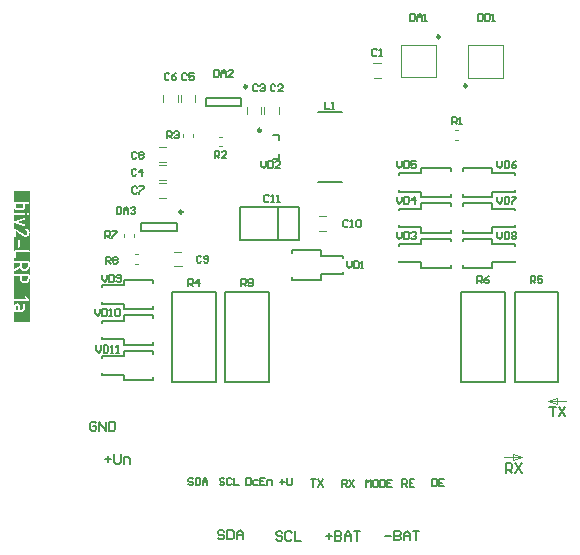
<source format=gto>
G04*
G04 #@! TF.GenerationSoftware,Altium Limited,Altium Designer,20.1.8 (145)*
G04*
G04 Layer_Color=16777215*
%FSTAX43Y43*%
%MOMM*%
G71*
G04*
G04 #@! TF.SameCoordinates,D0AF8ED7-0584-4811-8BF5-3ABD82A448BB*
G04*
G04*
G04 #@! TF.FilePolarity,Positive*
G04*
G01*
G75*
%ADD10C,0.250*%
%ADD11C,0.200*%
%ADD12C,0.100*%
%ADD13C,0.150*%
G36*
X0049581Y0056243D02*
X0049576Y0056271D01*
X0049567Y0056292D01*
X0049555Y0056308D01*
X0049539Y0056317D01*
X0049523Y0056324D01*
X0049511Y0056327D01*
X0049502Y0056329D01*
X0049581D01*
Y0056243D01*
D02*
G37*
G36*
X0049023Y0055922D02*
X0049021Y0055906D01*
X0049018Y0055889D01*
X0049007Y0055866D01*
X0049Y0055857D01*
X0048995Y005585D01*
X0048993Y0055848D01*
X004899Y0055845D01*
X0048979Y0055834D01*
X0048965Y0055827D01*
X0048942Y0055818D01*
X004893Y0055815D01*
X0048921Y0055813D01*
X0048916D01*
X0048914D01*
X0048528D01*
X0048511Y0055815D01*
X0048495Y0055818D01*
X0048472Y0055829D01*
X0048463Y0055836D01*
X0048456Y0055841D01*
X0048451Y0055843D01*
X0048449Y0055845D01*
X004844Y0055857D01*
X0048433Y0055871D01*
X0048424Y0055896D01*
X0048421Y0055906D01*
X0048419Y0055915D01*
Y0056158D01*
X0049023D01*
Y0055922D01*
D02*
G37*
G36*
X0049581Y005532D02*
X0049576Y0055348D01*
X0049567Y0055369D01*
X0049555Y0055385D01*
X0049539Y0055394D01*
X0049523Y0055401D01*
X0049511Y0055403D01*
X0049502Y0055406D01*
X0049581D01*
Y005532D01*
D02*
G37*
G36*
Y0053742D02*
X0049578Y0053781D01*
X0049569Y0053816D01*
X0049557Y0053851D01*
X0049541Y0053883D01*
X0049523Y0053913D01*
X0049502Y0053941D01*
X0049479Y0053967D01*
X0049456Y005399D01*
X004943Y005401D01*
X0049409Y0054029D01*
X0049386Y0054043D01*
X0049368Y0054057D01*
X0049351Y0054066D01*
X004934Y0054073D01*
X0049331Y0054078D01*
X0049328Y005408D01*
X0049321Y0054082D01*
X0049312Y0054085D01*
X0049581D01*
Y0053742D01*
D02*
G37*
G36*
X0049275Y005408D02*
X0049254Y0054071D01*
X0049238Y0054059D01*
X0049229Y0054043D01*
X0049222Y0054027D01*
X004922Y0054015D01*
X0049217Y0054006D01*
Y0054001D01*
X004922Y0053983D01*
X0049224Y0053969D01*
X0049231Y0053955D01*
X0049238Y0053946D01*
X0049245Y0053936D01*
X0049252Y0053932D01*
X0049257Y0053927D01*
X0049259D01*
X0049287Y0053911D01*
X004931Y0053895D01*
X0049331Y0053876D01*
X0049347Y005386D01*
X0049363Y0053846D01*
X0049375Y005383D01*
X0049393Y0053802D01*
X0049405Y0053777D01*
X0049409Y0053758D01*
X0049412Y0053747D01*
Y0053742D01*
X0049409Y0053717D01*
X0049405Y0053693D01*
X0049395Y0053673D01*
X0049386Y0053654D01*
X0049377Y005364D01*
X0049368Y0053629D01*
X0049363Y0053622D01*
X0049361Y0053619D01*
X004934Y0053603D01*
X0049319Y0053589D01*
X0049301Y005358D01*
X004928Y0053575D01*
X0049264Y0053571D01*
X004925Y0053569D01*
X004924D01*
X0049238D01*
X004922Y0053571D01*
X0049201Y0053573D01*
X0049185Y0053578D01*
X0049171Y0053582D01*
X0049159Y0053589D01*
X004915Y0053594D01*
X0049143Y0053596D01*
X0049141Y0053599D01*
X0048382Y0054073D01*
X0048366Y005408D01*
X0048349Y0054082D01*
X004834Y0054085D01*
X0049303D01*
X0049275Y005408D01*
D02*
G37*
G36*
X0049581Y0052152D02*
X0049576Y005218D01*
X0049567Y0052201D01*
X0049555Y0052217D01*
X0049539Y0052226D01*
X0049523Y0052233D01*
X0049511Y0052236D01*
X0049502Y0052238D01*
X0049581D01*
Y0052152D01*
D02*
G37*
G36*
Y0051231D02*
X0049576Y0051259D01*
X0049567Y005128D01*
X0049555Y0051294D01*
X0049539Y0051303D01*
X0049523Y005131D01*
X0049511Y0051312D01*
X0049502Y0051315D01*
X0049581D01*
Y0051231D01*
D02*
G37*
G36*
X0049412Y0050907D02*
X0049409Y005087D01*
X00494Y0050838D01*
X0049391Y005081D01*
X0049377Y0050785D01*
X0049365Y0050766D01*
X0049354Y005075D01*
X0049345Y0050741D01*
X0049342Y0050739D01*
X0049314Y0050715D01*
X0049287Y0050699D01*
X0049259Y0050685D01*
X0049231Y0050678D01*
X0049208Y0050674D01*
X0049189Y0050669D01*
X0049178D01*
X0049176D01*
X0049173D01*
X0049136Y0050671D01*
X0049104Y0050681D01*
X0049074Y005069D01*
X0049051Y0050704D01*
X004903Y0050715D01*
X0049014Y0050727D01*
X0049004Y0050736D01*
X0049002Y0050739D01*
X0048979Y0050766D01*
X0048963Y0050794D01*
X0048951Y0050822D01*
X0048944Y005085D01*
X004894Y0050873D01*
X0048935Y0050891D01*
Y0051144D01*
X0049412D01*
Y0050907D01*
D02*
G37*
G36*
X0049581Y0056329D02*
X004825D01*
X0048333D01*
X0048306Y0056324D01*
X0048285Y0056315D01*
X0048271Y0056304D01*
X0048262Y0056287D01*
X0048255Y0056271D01*
X0048252Y005626D01*
X004825Y005625D01*
Y0055642D01*
Y0055922D01*
X0048252Y005588D01*
X0048262Y0055841D01*
X0048275Y0055806D01*
X0048289Y0055778D01*
X0048303Y0055755D01*
X0048317Y0055737D01*
X0048326Y0055727D01*
X0048329Y0055723D01*
X0048361Y0055695D01*
X0048393Y0055677D01*
X0048428Y0055663D01*
X0048458Y0055651D01*
X0048486Y0055646D01*
X0048509Y0055644D01*
X0048523Y0055642D01*
X004825D01*
X0049412D01*
X0048914D01*
X0048942Y0055644D01*
X0048967Y0055649D01*
X004899Y0055653D01*
X0049011Y005566D01*
X0049027Y005567D01*
X0049041Y0055674D01*
X0049051Y0055679D01*
X0049053Y0055681D01*
X0049078Y0055697D01*
X0049099Y0055714D01*
X0049118Y0055732D01*
X0049134Y0055753D01*
X0049148Y0055771D01*
X0049157Y0055792D01*
X0049176Y0055832D01*
X0049185Y0055866D01*
X0049187Y0055882D01*
X0049189Y0055894D01*
X0049192Y0055906D01*
Y0056158D01*
X0049497D01*
X0049525Y0056162D01*
X0049546Y0056172D01*
X004956Y0056186D01*
X0049571Y0056199D01*
X0049576Y0056216D01*
X0049578Y005623D01*
X0049581Y0056239D01*
Y0055642D01*
D01*
Y0055406D01*
X004825D01*
X0048333D01*
X0048306Y0055401D01*
X0048285Y0055392D01*
X0048271Y0055378D01*
X0048262Y0055362D01*
X0048255Y0055348D01*
X0048252Y0055334D01*
X004825Y0055325D01*
Y005532D01*
X0048255Y0055292D01*
X0048264Y0055272D01*
X0048275Y0055255D01*
X0048292Y0055246D01*
X0048308Y0055239D01*
X0048319Y0055237D01*
X0048329Y0055235D01*
X004825D01*
X0049108D01*
X0049376D01*
X0049108D01*
X0049136Y0055239D01*
X0049157Y0055248D01*
X0049171Y0055262D01*
X0049183Y0055276D01*
X0049187Y0055292D01*
X0049189Y0055306D01*
X0049192Y0055316D01*
Y005532D01*
X0049187Y0055348D01*
X0049178Y0055369D01*
X0049166Y0055385D01*
X004915Y0055394D01*
X0049134Y0055401D01*
X0049122Y0055403D01*
X0049113Y0055406D01*
X0049432D01*
X0049405Y0055401D01*
X0049384Y0055392D01*
X0049368Y0055378D01*
X0049358Y0055362D01*
X0049351Y0055348D01*
X0049349Y0055334D01*
X0049347Y0055325D01*
Y005532D01*
X0049351Y0055292D01*
X0049361Y0055272D01*
X0049375Y0055255D01*
X0049391Y0055246D01*
X0049405Y0055239D01*
X0049419Y0055237D01*
X0049428Y0055235D01*
X0049497D01*
X0049525Y0055239D01*
X0049546Y0055248D01*
X004956Y0055262D01*
X0049571Y0055276D01*
X0049576Y0055292D01*
X0049578Y0055306D01*
X0049581Y0055316D01*
Y0055235D01*
D01*
Y0054085D01*
X004825D01*
X0048336D01*
X0048308Y005408D01*
X0048287Y0054071D01*
X0048271Y0054059D01*
X0048262Y0054043D01*
X0048255Y0054027D01*
X0048252Y0054015D01*
X004825Y0054006D01*
Y0053397D01*
D01*
Y0053483D01*
X0048255Y0053455D01*
X0048264Y0053434D01*
X0048278Y0053418D01*
X0048294Y0053409D01*
X0048308Y0053402D01*
X0048322Y00534D01*
X0048331Y0053397D01*
X004825D01*
X0048336D01*
X0048363Y0053402D01*
X0048384Y0053411D01*
X0048398Y0053425D01*
X004841Y0053439D01*
X0048414Y0053455D01*
X0048417Y0053469D01*
X0048419Y0053478D01*
Y0053865D01*
X0049032Y0053478D01*
X0049071Y0053451D01*
X0049111Y0053432D01*
X0049146Y0053418D01*
X0049176Y0053407D01*
X0049201Y0053402D01*
X0049222Y00534D01*
X0049233Y0053397D01*
X004923D01*
X0049264D01*
X0049289Y0053402D01*
X0049335Y0053413D01*
X0049377Y005343D01*
X0049412Y0053448D01*
X0049439Y0053467D01*
X004946Y0053483D01*
X0049474Y0053494D01*
X0049479Y0053497D01*
Y0053499D01*
X0049497Y0053518D01*
X0049513Y0053538D01*
X0049537Y005358D01*
X0049555Y0053619D01*
X0049569Y0053659D01*
X0049576Y0053691D01*
X0049578Y0053719D01*
X0049581Y0053728D01*
Y0053397D01*
D01*
Y0052238D01*
X004825D01*
X0048333D01*
X0048306Y0052233D01*
X0048285Y0052224D01*
X0048271Y0052213D01*
X0048262Y0052196D01*
X0048255Y005218D01*
X0048252Y0052169D01*
X004825Y0052159D01*
Y0051551D01*
Y0051636D01*
X0048255Y0051609D01*
X0048264Y0051588D01*
X0048278Y0051572D01*
X0048294Y0051562D01*
X0048308Y0051555D01*
X0048322Y0051553D01*
X0048331Y0051551D01*
X004825D01*
X0048336D01*
X0048363Y0051555D01*
X0048384Y0051565D01*
X0048398Y0051579D01*
X004841Y0051592D01*
X0048414Y0051609D01*
X0048417Y0051623D01*
X0048419Y0051632D01*
Y0052067D01*
X0049497D01*
X0049525Y0052071D01*
X0049546Y0052081D01*
X004956Y0052095D01*
X0049571Y0052108D01*
X0049576Y0052125D01*
X0049578Y0052139D01*
X0049581Y0052148D01*
Y0051551D01*
D01*
Y0051315D01*
X004825D01*
X0048333D01*
X0048306Y005131D01*
X0048285Y0051301D01*
X0048271Y0051287D01*
X0048262Y0051271D01*
X0048255Y0051257D01*
X0048252Y0051243D01*
X004825Y0051234D01*
Y0051229D01*
X0048255Y0051201D01*
X0048264Y0051181D01*
X0048275Y0051164D01*
X0048292Y0051155D01*
X0048308Y0051148D01*
X0048319Y0051146D01*
X0048329Y0051144D01*
X0048333D01*
X0048766D01*
Y0050898D01*
X0048296Y0050665D01*
X004828Y0050653D01*
X0048269Y0050641D01*
X0048262Y0050628D01*
X0048257Y0050616D01*
X0048252Y0050604D01*
X004825Y0050595D01*
Y0051148D01*
Y0050498D01*
D01*
Y0050586D01*
X0048252Y0050574D01*
X0048255Y0050563D01*
X0048264Y0050542D01*
X0048271Y005053D01*
X0048275Y0050526D01*
X0048285Y0050516D01*
X0048296Y0050509D01*
X0048315Y00505D01*
X0048329Y0050498D01*
X004825D01*
X0048333D01*
X0048347Y00505D01*
X0048359Y0050503D01*
X0048368Y0050507D01*
X004837Y0050509D01*
X0048803Y0050734D01*
X0048822Y0050692D01*
X0048845Y0050655D01*
X004887Y0050625D01*
X0048898Y0050597D01*
X0048928Y0050574D01*
X004896Y0050556D01*
X004899Y005054D01*
X0049023Y0050528D01*
X0049053Y0050519D01*
X0049081Y0050509D01*
X0049106Y0050505D01*
X0049129Y0050503D01*
X0049148Y00505D01*
X0049162Y0050498D01*
X0049173D01*
X0049203Y00505D01*
X0049233Y0050503D01*
X0049289Y0050516D01*
X0049338Y0050535D01*
X0049379Y0050558D01*
X0049414Y0050581D01*
X0049428Y005059D01*
X0049439Y00506D01*
X0049449Y0050607D01*
X0049456Y0050614D01*
X0049458Y0050616D01*
X004946Y0050618D01*
X0049481Y0050641D01*
X00495Y0050665D01*
X0049516Y0050688D01*
X004953Y0050713D01*
X004955Y0050762D01*
X0049567Y0050808D01*
X0049574Y0050847D01*
X0049576Y0050864D01*
X0049578Y005088D01*
X0049581Y0050891D01*
Y0050498D01*
D01*
Y005026D01*
X004825D01*
X0048333D01*
X0048306Y0050255D01*
X0048285Y0050246D01*
X0048271Y0050232D01*
X0048262Y0050216D01*
X0048255Y0050202D01*
X0048252Y0050188D01*
X004825Y0050179D01*
Y0050174D01*
X0048255Y0050146D01*
X0048264Y0050125D01*
X0048275Y0050109D01*
X0048292Y00501D01*
X0048308Y0050093D01*
X0048319Y0050091D01*
X0048329Y0050088D01*
X0048333D01*
X0048766D01*
Y0049852D01*
X0048768Y004982D01*
X0048771Y0049788D01*
X0048785Y004973D01*
X0048803Y0049681D01*
X0048824Y0049637D01*
X0048845Y0049605D01*
X0048854Y0049591D01*
X0048861Y0049579D01*
X004887Y004957D01*
X0048875Y0049563D01*
X0048877Y0049561D01*
X0048879Y0049558D01*
X0048903Y0049538D01*
X0048926Y0049519D01*
X0048949Y0049505D01*
X0048974Y0049491D01*
X0049023Y0049471D01*
X0049069Y0049457D01*
X0049111Y004945D01*
X0049127Y0049445D01*
X0049143D01*
X0049157Y0049443D01*
X0049173D01*
X0049203Y0049445D01*
X0049233Y0049447D01*
X0049289Y0049461D01*
X0049338Y004948D01*
X0049379Y0049503D01*
X0049414Y0049526D01*
X0049428Y0049535D01*
X0049439Y0049545D01*
X0049449Y0049552D01*
X0049456Y0049558D01*
X0049458Y0049561D01*
X004946Y0049563D01*
X0049481Y0049586D01*
X00495Y0049609D01*
X0049516Y0049633D01*
X004953Y0049658D01*
X004955Y0049707D01*
X0049567Y0049753D01*
X0049574Y0049792D01*
X0049576Y0049808D01*
X0049578Y0049825D01*
X0049581Y0049836D01*
Y0049443D01*
D01*
Y0048413D01*
X004825D01*
Y0047985D01*
Y0048071D01*
X0048255Y0048043D01*
X0048264Y0048022D01*
X0048275Y0048006D01*
X0048292Y0047997D01*
X0048308Y004799D01*
X0048319Y0047987D01*
X0048329Y0047985D01*
X004825D01*
X0049497D01*
X0049525Y004799D01*
X0049546Y0047999D01*
X004956Y0048013D01*
X0049571Y0048027D01*
X0049576Y0048043D01*
X0049578Y0048057D01*
X0049581Y0048066D01*
Y0047985D01*
D01*
Y0046169D01*
X004825D01*
Y005725D01*
X0049581D01*
Y0056329D01*
D02*
G37*
G36*
Y0050176D02*
X0049576Y0050204D01*
X0049567Y0050225D01*
X0049555Y0050239D01*
X0049539Y0050248D01*
X0049523Y0050255D01*
X0049511Y0050257D01*
X0049502Y005026D01*
X0049581D01*
Y0050176D01*
D02*
G37*
G36*
X0049412Y0049852D02*
X0049409Y0049815D01*
X00494Y0049783D01*
X0049391Y0049755D01*
X0049377Y004973D01*
X0049365Y0049711D01*
X0049354Y0049695D01*
X0049345Y0049686D01*
X0049342Y0049683D01*
X0049314Y004966D01*
X0049287Y0049644D01*
X0049259Y004963D01*
X0049231Y0049623D01*
X0049208Y0049619D01*
X0049189Y0049614D01*
X0049178D01*
X0049176D01*
X0049173D01*
X0049136Y0049616D01*
X0049104Y0049626D01*
X0049074Y0049635D01*
X0049051Y0049649D01*
X004903Y004966D01*
X0049014Y0049672D01*
X0049004Y0049681D01*
X0049002Y0049683D01*
X0048979Y0049711D01*
X0048963Y0049739D01*
X0048951Y0049767D01*
X0048944Y0049794D01*
X004894Y0049818D01*
X0048935Y0049836D01*
Y0050088D01*
X0049412D01*
Y0049852D01*
D02*
G37*
G36*
X004921Y0048408D02*
X0049189Y0048399D01*
X0049173Y0048385D01*
X0049164Y0048369D01*
X0049157Y0048355D01*
X0049155Y0048341D01*
X0049152Y0048332D01*
Y0048327D01*
X0049157Y0048304D01*
X0049164Y0048286D01*
X0049171Y0048274D01*
X0049176Y004827D01*
X0049317Y0048156D01*
X0048333D01*
X0048306Y0048152D01*
X0048285Y0048142D01*
X0048271Y0048128D01*
X0048262Y0048112D01*
X0048255Y0048098D01*
X0048252Y0048084D01*
X004825Y0048075D01*
Y0048413D01*
X0049238D01*
X004921Y0048408D01*
D02*
G37*
G36*
X0049581Y0048071D02*
X0049578Y0048084D01*
X0049576Y0048096D01*
X0049564Y0048117D01*
X004955Y0048133D01*
X0049548Y0048135D01*
X0049546Y0048138D01*
X0049296Y004839D01*
X0049275Y0048404D01*
X0049257Y0048411D01*
X0049243Y0048413D01*
X0049581D01*
Y0048071D01*
D02*
G37*
G36*
X0049108Y0055235D02*
D01*
D01*
D01*
D02*
G37*
%LPC*%
G36*
X004825Y0055306D02*
Y0055235D01*
D01*
Y0055306D01*
D02*
G37*
G36*
X0049192Y0055008D02*
X004825D01*
X0049099D01*
X004909Y0055005D01*
X0049083Y0055003D01*
X0049081D01*
X0048315Y0054751D01*
X0048294Y0054742D01*
X0048278Y0054728D01*
X0048266Y0054714D01*
X0048259Y00547D01*
X0048255Y0054686D01*
X004825Y0054675D01*
Y0054321D01*
Y0054665D01*
X0048252Y0054645D01*
X0048262Y0054626D01*
X0048271Y0054612D01*
X0048285Y0054601D01*
X0048296Y0054591D01*
X0048308Y0054587D01*
X0048315Y0054582D01*
X0048317D01*
X0049083Y0054327D01*
X0049092Y0054323D01*
X0049102Y0054321D01*
X0049192D01*
X0049108D01*
X0049136Y0054325D01*
X0049157Y0054334D01*
X0049171Y0054348D01*
X0049183Y0054365D01*
X0049187Y0054381D01*
X0049189Y0054395D01*
X0049192Y0054404D01*
Y005485D01*
Y0054408D01*
X0049189Y0054429D01*
X0049183Y0054448D01*
X0049173Y0054462D01*
X0049164Y0054473D01*
X0049152Y005448D01*
X0049143Y0054485D01*
X0049136Y0054489D01*
X0049134D01*
X004856Y0054665D01*
X0049134Y0054841D01*
X0049152Y005485D01*
X0049166Y0054862D01*
X0049178Y0054876D01*
X0049185Y005489D01*
X0049189Y0054901D01*
X0049192Y0054913D01*
Y0054936D01*
X0049187Y0054948D01*
X004918Y0054966D01*
X0049171Y005498D01*
X0049169Y0054982D01*
X0049166Y0054985D01*
X0049148Y0054999D01*
X0049129Y0055005D01*
X0049115Y0055008D01*
X0049192D01*
D02*
G37*
G36*
X0048662Y0053161D02*
X0048657D01*
X0048629Y0053157D01*
X0048609Y0053147D01*
X0048592Y0053136D01*
X0048583Y005312D01*
X0048576Y0053103D01*
X0048574Y0053092D01*
X0048572Y0053083D01*
Y0052474D01*
D01*
Y005256D01*
X0048576Y0052532D01*
X0048586Y0052511D01*
X0048599Y0052495D01*
X0048616Y0052486D01*
X0048629Y0052479D01*
X0048643Y0052476D01*
X0048653Y0052474D01*
X0048572D01*
X0048657D01*
X0048685Y0052479D01*
X0048706Y0052488D01*
X004872Y0052502D01*
X0048731Y0052516D01*
X0048736Y0052532D01*
X0048738Y0052546D01*
X0048741Y0052555D01*
Y005312D01*
Y0053078D01*
X0048736Y0053106D01*
X0048727Y0053127D01*
X0048715Y005314D01*
X0048699Y005315D01*
X0048683Y0053157D01*
X0048671Y0053159D01*
X0048662Y0053161D01*
D02*
G37*
G36*
X0049162Y0050498D02*
X0048417D01*
X0049162D01*
D01*
D02*
G37*
G36*
X004825Y0050093D02*
Y0049443D01*
D01*
Y0050093D01*
D02*
G37*
G36*
X0048539Y0047754D02*
X004825D01*
Y0047066D01*
D01*
Y0047152D01*
X0048255Y0047124D01*
X0048264Y0047103D01*
X0048275Y0047087D01*
X0048292Y0047078D01*
X0048308Y0047071D01*
X0048319Y0047069D01*
X0048329Y0047066D01*
X004825D01*
X0048914D01*
D01*
X0049192D01*
X0048914D01*
X0048956Y0047069D01*
X0048993Y0047078D01*
X0049027Y0047092D01*
X0049055Y0047106D01*
X0049078Y0047122D01*
X0049097Y0047133D01*
X0049106Y0047143D01*
X0049111Y0047147D01*
X0049139Y004718D01*
X0049157Y0047212D01*
X0049171Y0047247D01*
X0049183Y0047277D01*
X0049187Y0047305D01*
X0049189Y0047326D01*
X0049192Y0047342D01*
Y0047603D01*
X0049187Y0047633D01*
X0049178Y0047654D01*
X0049166Y004767D01*
X004915Y004768D01*
X0049134Y0047686D01*
X0049122Y0047689D01*
X0049113Y0047691D01*
X0049108D01*
X0049081Y0047686D01*
X004906Y0047677D01*
X0049044Y0047663D01*
X0049034Y0047647D01*
X0049027Y0047631D01*
X0049025Y0047617D01*
X0049023Y0047608D01*
Y0047346D01*
X0049021Y004733D01*
X0049018Y0047314D01*
X0049007Y0047291D01*
X0049Y0047282D01*
X0048995Y0047275D01*
X0048993Y0047272D01*
X004899Y004727D01*
X0048979Y0047258D01*
X0048965Y0047251D01*
X0048942Y0047242D01*
X004893Y004724D01*
X0048921Y0047238D01*
X0048916D01*
X0048914D01*
X0048805D01*
Y0047476D01*
X0048803Y0047506D01*
X0048798Y0047534D01*
X0048791Y0047559D01*
X0048785Y0047582D01*
X0048761Y0047624D01*
X0048736Y0047659D01*
X004871Y0047684D01*
X0048687Y0047705D01*
X004868Y004771D01*
X0048673Y0047714D01*
X0048669Y0047719D01*
X0048667D01*
X0048641Y004773D01*
X0048618Y004774D01*
X0048595Y0047744D01*
X0048574Y0047749D01*
X0048555Y0047751D01*
X0048539Y0047754D01*
D02*
G37*
%LPD*%
G36*
X0048486Y0047751D02*
X0048447Y0047742D01*
X0048412Y0047728D01*
X0048384Y0047714D01*
X0048361Y00477D01*
X0048343Y0047686D01*
X0048333Y0047677D01*
X0048329Y0047675D01*
X0048303Y0047643D01*
X0048282Y004761D01*
X0048269Y0047575D01*
X0048259Y0047545D01*
X0048255Y0047518D01*
X0048252Y0047494D01*
X004825Y0047481D01*
Y0047754D01*
X0048528D01*
X0048486Y0047751D01*
D02*
G37*
G36*
X0048544Y0047582D02*
X0048558Y004758D01*
X0048583Y0047568D01*
X0048592Y0047562D01*
X0048599Y0047557D01*
X0048602Y0047555D01*
X0048604Y0047552D01*
X0048616Y0047541D01*
X0048623Y0047527D01*
X0048632Y0047501D01*
X0048634Y0047492D01*
X0048636Y0047483D01*
Y0047238D01*
X0048419D01*
Y0047476D01*
X0048421Y0047492D01*
X0048424Y0047506D01*
X0048435Y0047531D01*
X004844Y0047541D01*
X0048444Y0047545D01*
X0048447Y004755D01*
X0048449Y0047552D01*
X0048463Y0047564D01*
X0048474Y0047571D01*
X00485Y004758D01*
X0048511Y0047582D01*
X0048521Y0047585D01*
X0048525D01*
X0048528D01*
X0048544Y0047582D01*
D02*
G37*
D10*
X0084325Y0070325D02*
G03*
X0084325Y0070325I-0000125J0D01*
G01*
X00866Y0066175D02*
G03*
X00866Y0066175I-0000125J0D01*
G01*
X0062525Y00555D02*
G03*
X0062525Y00555I-0000125J0D01*
G01*
X0069175Y00624D02*
G03*
X0069175Y00624I-0000125J0D01*
G01*
X0067975Y00661D02*
G03*
X0067975Y00661I-0000125J0D01*
G01*
D11*
X009065Y00411D02*
Y00487D01*
X009435Y00411D02*
Y00487D01*
X009065Y00411D02*
X009435D01*
X009065Y00487D02*
X009435D01*
X008615Y00411D02*
Y00487D01*
X008985Y00411D02*
Y00487D01*
X008615Y00411D02*
X008985D01*
X008615Y00487D02*
X008985D01*
X00706Y00532D02*
Y00559D01*
X00674Y00531D02*
X00724D01*
X00674D02*
Y00559D01*
X00724D01*
Y00531D02*
Y00559D01*
X006535Y00411D02*
Y00487D01*
X006165Y00411D02*
Y00487D01*
X006535D01*
X006165Y00411D02*
X006535D01*
X006615D02*
Y00487D01*
X006985Y00411D02*
Y00487D01*
X006615Y00411D02*
X006985D01*
X006615Y00487D02*
X006985D01*
X005595Y00346D02*
X0056483D01*
X0056217Y0034866D02*
Y0034333D01*
X005675Y0035D02*
Y0034333D01*
X0056883Y00342D01*
X005715D01*
X0057283Y0034333D01*
Y0035D01*
X0057549Y00342D02*
Y0034733D01*
X0057949D01*
X0058083Y00346D01*
Y00342D01*
X0055233Y0037616D02*
X00551Y003775D01*
X0054833D01*
X00547Y0037616D01*
Y0037083D01*
X0054833Y003695D01*
X00551D01*
X0055233Y0037083D01*
Y003735D01*
X0054967D01*
X00555Y003695D02*
Y003775D01*
X0056033Y003695D01*
Y003775D01*
X0056299D02*
Y003695D01*
X0056699D01*
X0056833Y0037083D01*
Y0037616D01*
X0056699Y003775D01*
X0056299D01*
X0089903Y0033423D02*
Y0034223D01*
X0090303D01*
X0090436Y003409D01*
Y0033823D01*
X0090303Y003369D01*
X0089903D01*
X009017D02*
X0090436Y0033423D01*
X0090703Y0034223D02*
X0091236Y0033423D01*
Y0034223D02*
X0090703Y0033423D01*
X0093592Y0039002D02*
X0094125D01*
X0093859D01*
Y0038202D01*
X0094392Y0039002D02*
X0094925Y0038202D01*
Y0039002D02*
X0094392Y0038202D01*
D12*
X008975Y003475D02*
X009125D01*
X00905Y00345D02*
X009125Y003475D01*
X00905Y00345D02*
Y0035D01*
X009125Y003475D01*
X00935Y00395D02*
X009425Y003925D01*
Y003975D01*
X00935Y00395D02*
X009425Y003975D01*
X00935Y00395D02*
X0095D01*
X0078704Y006687D02*
X0079303D01*
X0078702Y0068119D02*
X00793D01*
X0081Y0069675D02*
X0084D01*
X0081Y0066925D02*
X0084D01*
Y0069675D01*
X0081Y0066925D02*
Y0069675D01*
X0085595Y00624D02*
X0085845D01*
X0085595Y00616D02*
X0085845D01*
X0089675Y0066825D02*
Y0069625D01*
X0086675Y0066825D02*
Y0069625D01*
X0089675D01*
X0086675Y0066825D02*
X0089675D01*
X00741Y0053881D02*
X0074698D01*
X0074097Y005513D02*
X0074696D01*
X00576Y0053375D02*
Y0053625D01*
X00584Y0053375D02*
Y0053625D01*
X0058525Y00519D02*
X0058775D01*
X0058525Y00511D02*
X0058775D01*
X006055Y0057961D02*
X0061149D01*
X0060553Y0056711D02*
X0061151D01*
X006055Y0060961D02*
X0061149D01*
X0060553Y0059711D02*
X0061151D01*
X006055Y0059461D02*
X0061149D01*
X0060553Y0058211D02*
X0061151D01*
X006185Y0050881D02*
X0062448D01*
X0061847Y005213D02*
X0062446D01*
X0067965Y0063808D02*
Y0064407D01*
X0069214Y0063811D02*
Y0064409D01*
X0069465Y0063809D02*
Y0064407D01*
X0070714Y0063811D02*
Y0064409D01*
X0065626Y006188D02*
X0065876D01*
X0065626Y006108D02*
X0065876D01*
X00634Y0061875D02*
Y0062125D01*
X00626Y0061875D02*
Y0062125D01*
X0063624Y0064836D02*
Y0065435D01*
X0062375Y0064834D02*
Y0065432D01*
X0062124Y0064836D02*
Y0065435D01*
X0060875Y0064834D02*
Y0065432D01*
D13*
X0085225Y005075D02*
Y0051D01*
X0082219Y0051225D02*
X0082625D01*
X008085D02*
X008085Y0051375D01*
X008085Y0052775D02*
X008085Y0052625D01*
X0082119Y0052775D02*
X008275D01*
X0085225Y0053D02*
Y005325D01*
X00831Y005075D02*
X0085225D01*
X008085Y0051225D02*
X0082219D01*
X0083075Y005325D02*
X0085225D01*
X008085Y0052775D02*
X0082119D01*
X0082625Y0051225D02*
X008275D01*
Y005075D02*
Y0051225D01*
Y005075D02*
X0083125D01*
X008275Y005325D02*
X00831D01*
X008275Y0052775D02*
Y005325D01*
X0085225Y005375D02*
Y0054D01*
X0082219Y0054225D02*
X0082625D01*
X008085D02*
X008085Y0054375D01*
X008085Y0055775D02*
X008085Y0055625D01*
X0082119Y0055775D02*
X008275D01*
X0085225Y0056D02*
Y005625D01*
X00831Y005375D02*
X0085225D01*
X008085Y0054225D02*
X0082219D01*
X0083075Y005625D02*
X0085225D01*
X008085Y0055775D02*
X0082119D01*
X0082625Y0054225D02*
X008275D01*
Y005375D02*
Y0054225D01*
Y005375D02*
X0083125D01*
X008275Y005625D02*
X00831D01*
X008275Y0055775D02*
Y005625D01*
X0085225Y005675D02*
Y0057D01*
X0082219Y0057225D02*
X0082625D01*
X008085D02*
X008085Y0057375D01*
X008085Y0058775D02*
X008085Y0058625D01*
X0082119Y0058775D02*
X008275D01*
X0085225Y0059D02*
Y005925D01*
X00831Y005675D02*
X0085225D01*
X008085Y0057225D02*
X0082219D01*
X0083075Y005925D02*
X0085225D01*
X008085Y0058775D02*
X0082119D01*
X0082625Y0057225D02*
X008275D01*
Y005675D02*
Y0057225D01*
Y005675D02*
X0083125D01*
X008275Y005925D02*
X00831D01*
X008275Y0058775D02*
Y005925D01*
X0086275Y0059D02*
Y005925D01*
X0088875Y0058775D02*
X0089281D01*
X009065Y0058625D02*
X009065Y0058775D01*
X009065Y0057375D02*
X009065Y0057225D01*
X008875D02*
X0089381D01*
X0086275Y005675D02*
Y0057D01*
Y005925D02*
X00884D01*
X0089281Y0058775D02*
X009065D01*
X0086275Y005675D02*
X0088425D01*
X0089381Y0057225D02*
X009065D01*
X008875Y0058775D02*
X0088875D01*
X008875D02*
Y005925D01*
X0088375D02*
X008875D01*
X00884Y005675D02*
X008875D01*
Y0057225D01*
X0086275Y0056D02*
Y005625D01*
X0088875Y0055775D02*
X0089281D01*
X009065Y0055625D02*
X009065Y0055775D01*
X009065Y0054375D02*
X009065Y0054225D01*
X008875D02*
X0089381D01*
X0086275Y005375D02*
Y0054D01*
Y005625D02*
X00884D01*
X0089281Y0055775D02*
X009065D01*
X0086275Y005375D02*
X0088425D01*
X0089381Y0054225D02*
X009065D01*
X008875Y0055775D02*
X0088875D01*
X008875D02*
Y005625D01*
X0088375D02*
X008875D01*
X00884Y005375D02*
X008875D01*
Y0054225D01*
X0086275Y0053D02*
Y005325D01*
X0088875Y0052775D02*
X0089281D01*
X009065Y0052625D02*
X009065Y0052775D01*
X009065Y0051375D02*
X009065Y0051225D01*
X008875D02*
X0089381D01*
X0086275Y005075D02*
Y0051D01*
Y005325D02*
X00884D01*
X0089281Y0052775D02*
X009065D01*
X0086275Y005075D02*
X0088425D01*
X0089381Y0051225D02*
X009065D01*
X008875Y0052775D02*
X0088875D01*
X008875D02*
Y005325D01*
X0088375D02*
X008875D01*
X00884Y005075D02*
X008875D01*
Y0051225D01*
X0060075Y004125D02*
Y00415D01*
X0057069Y0041725D02*
X0057475D01*
X00557D02*
X00557Y0041875D01*
X00557Y0043275D02*
X00557Y0043125D01*
X0056969Y0043275D02*
X00576D01*
X0060075Y00435D02*
Y004375D01*
X005795Y004125D02*
X0060075D01*
X00557Y0041725D02*
X0057069D01*
X0057925Y004375D02*
X0060075D01*
X00557Y0043275D02*
X0056969D01*
X0057475Y0041725D02*
X00576D01*
Y004125D02*
Y0041725D01*
Y004125D02*
X0057975D01*
X00576Y004375D02*
X005795D01*
X00576Y0043275D02*
Y004375D01*
X0060075Y004425D02*
Y00445D01*
X0057069Y0044725D02*
X0057475D01*
X00557D02*
X00557Y0044875D01*
X00557Y0046275D02*
X00557Y0046125D01*
X0056969Y0046275D02*
X00576D01*
X0060075Y00465D02*
Y004675D01*
X005795Y004425D02*
X0060075D01*
X00557Y0044725D02*
X0057069D01*
X0057925Y004675D02*
X0060075D01*
X00557Y0046275D02*
X0056969D01*
X0057475Y0044725D02*
X00576D01*
Y004425D02*
Y0044725D01*
Y004425D02*
X0057975D01*
X00576Y004675D02*
X005795D01*
X00576Y0046275D02*
Y004675D01*
X0060075Y004725D02*
Y00475D01*
X0057069Y0047725D02*
X0057475D01*
X00557D02*
X00557Y0047875D01*
X00557Y0049275D02*
X00557Y0049125D01*
X0056969Y0049275D02*
X00576D01*
X0060075Y00495D02*
Y004975D01*
X005795Y004725D02*
X0060075D01*
X00557Y0047725D02*
X0057069D01*
X0057925Y004975D02*
X0060075D01*
X00557Y0049275D02*
X0056969D01*
X0057475Y0047725D02*
X00576D01*
Y004725D02*
Y0047725D01*
Y004725D02*
X0057975D01*
X00576Y004975D02*
X005795D01*
X00576Y0049275D02*
Y004975D01*
X005905Y005385D02*
X006205D01*
X005905Y005455D02*
X006205D01*
X005905Y005385D02*
Y005455D01*
X006205Y005385D02*
Y005455D01*
X0070675Y005995D02*
Y00604D01*
X0070175Y005995D02*
X0070675D01*
Y00616D02*
Y006205D01*
X0070175D02*
X0070675D01*
X00645Y006445D02*
X00675D01*
X00645Y006515D02*
X00675D01*
X00645Y006445D02*
Y006515D01*
X00675Y006445D02*
Y006515D01*
X0071775Y0052D02*
Y005225D01*
X0074375Y0051775D02*
X0074781D01*
X007615Y0051625D02*
X007615Y0051775D01*
X007615Y0050375D02*
X007615Y0050225D01*
X007425D02*
X0074881D01*
X0071775Y004975D02*
Y005D01*
Y005225D02*
X00739D01*
X0074781Y0051775D02*
X007615D01*
X0071775Y004975D02*
X0073925D01*
X0074881Y0050225D02*
X007615D01*
X007425Y0051775D02*
X0074375D01*
X007425D02*
Y005225D01*
X0073875D02*
X007425D01*
X00739Y004975D02*
X007425D01*
Y0050225D01*
X0074Y0058D02*
X0076D01*
X0074Y0064D02*
X0076D01*
X0079663Y0028104D02*
X0080196D01*
X0080463Y0028504D02*
Y0027704D01*
X0080863D01*
X0080996Y0027838D01*
Y0027971D01*
X0080863Y0028104D01*
X0080463D01*
X0080863D01*
X0080996Y0028238D01*
Y0028371D01*
X0080863Y0028504D01*
X0080463D01*
X0081262Y0027704D02*
Y0028238D01*
X0081529Y0028504D01*
X0081796Y0028238D01*
Y0027704D01*
Y0028104D01*
X0081262D01*
X0082062Y0028504D02*
X0082595D01*
X0082329D01*
Y0027704D01*
X007465Y002805D02*
X0075183D01*
X0074917Y0028316D02*
Y0027783D01*
X007545Y002845D02*
Y002765D01*
X007585D01*
X0075983Y0027783D01*
Y0027917D01*
X007585Y002805D01*
X007545D01*
X007585D01*
X0075983Y0028183D01*
Y0028316D01*
X007585Y002845D01*
X007545D01*
X0076249Y002765D02*
Y0028183D01*
X0076516Y002845D01*
X0076783Y0028183D01*
Y002765D01*
Y002805D01*
X0076249D01*
X0077049Y002845D02*
X0077582D01*
X0077316D01*
Y002765D01*
X0070979Y0028338D02*
X0070846Y0028471D01*
X0070579D01*
X0070446Y0028338D01*
Y0028205D01*
X0070579Y0028072D01*
X0070846D01*
X0070979Y0027938D01*
Y0027805D01*
X0070846Y0027672D01*
X0070579D01*
X0070446Y0027805D01*
X0071779Y0028338D02*
X0071646Y0028471D01*
X0071379D01*
X0071246Y0028338D01*
Y0027805D01*
X0071379Y0027672D01*
X0071646D01*
X0071779Y0027805D01*
X0072046Y0028471D02*
Y0027672D01*
X0072579D01*
X0066057Y0028437D02*
X0065924Y002857D01*
X0065657D01*
X0065524Y0028437D01*
Y0028304D01*
X0065657Y002817D01*
X0065924D01*
X0066057Y0028037D01*
Y0027904D01*
X0065924Y0027771D01*
X0065657D01*
X0065524Y0027904D01*
X0066324Y002857D02*
Y0027771D01*
X0066723D01*
X0066857Y0027904D01*
Y0028437D01*
X0066723Y002857D01*
X0066324D01*
X0067123Y0027771D02*
Y0028304D01*
X006739Y002857D01*
X0067657Y0028304D01*
Y0027771D01*
Y002817D01*
X0067123D01*
X0083685Y0032873D02*
Y0032274D01*
X0083985D01*
X0084085Y0032374D01*
Y0032773D01*
X0083985Y0032873D01*
X0083685D01*
X0084685D02*
X0084285D01*
Y0032274D01*
X0084685D01*
X0084285Y0032573D02*
X0084485D01*
X0081152Y0032254D02*
Y0032854D01*
X0081452D01*
X0081552Y0032754D01*
Y0032554D01*
X0081452Y0032454D01*
X0081152D01*
X0081352D02*
X0081552Y0032254D01*
X0082152Y0032854D02*
X0081752D01*
Y0032254D01*
X0082152D01*
X0081752Y0032554D02*
X0081952D01*
X0078074Y0032235D02*
Y0032834D01*
X0078274Y0032634D01*
X0078474Y0032834D01*
Y0032235D01*
X0078974Y0032834D02*
X0078774D01*
X0078674Y0032734D01*
Y0032335D01*
X0078774Y0032235D01*
X0078974D01*
X0079074Y0032335D01*
Y0032734D01*
X0078974Y0032834D01*
X0079274D02*
Y0032235D01*
X0079574D01*
X0079674Y0032335D01*
Y0032734D01*
X0079574Y0032834D01*
X0079274D01*
X0080273D02*
X0079874D01*
Y0032235D01*
X0080273D01*
X0079874Y0032535D02*
X0080074D01*
X0076048Y0032235D02*
Y0032834D01*
X0076348D01*
X0076448Y0032734D01*
Y0032535D01*
X0076348Y0032435D01*
X0076048D01*
X0076248D02*
X0076448Y0032235D01*
X0076648Y0032834D02*
X0077048Y0032235D01*
Y0032834D02*
X0076648Y0032235D01*
X0073418Y0032854D02*
X0073818D01*
X0073618D01*
Y0032254D01*
X0074018Y0032854D02*
X0074418Y0032254D01*
Y0032854D02*
X0074018Y0032254D01*
X0070788Y0032671D02*
X0071188D01*
X0070988Y0032871D02*
Y0032471D01*
X0071388Y0032971D02*
Y0032471D01*
X0071488Y0032371D01*
X0071687D01*
X0071787Y0032471D01*
Y0032971D01*
X0067924Y003299D02*
Y003239D01*
X0068224D01*
X0068324Y003249D01*
Y003289D01*
X0068224Y003299D01*
X0067924D01*
X0068923Y003279D02*
X0068624D01*
X0068524Y003269D01*
Y003249D01*
X0068624Y003239D01*
X0068923D01*
X0069523Y003299D02*
X0069123D01*
Y003239D01*
X0069523D01*
X0069123Y003269D02*
X0069323D01*
X0069723Y003239D02*
Y003279D01*
X0070023D01*
X0070123Y003269D01*
Y003239D01*
X0066083Y0032871D02*
X0065983Y0032971D01*
X0065783D01*
X0065683Y0032871D01*
Y0032771D01*
X0065783Y0032671D01*
X0065983D01*
X0066083Y0032571D01*
Y0032471D01*
X0065983Y0032371D01*
X0065783D01*
X0065683Y0032471D01*
X0066683Y0032871D02*
X0066583Y0032971D01*
X0066383D01*
X0066283Y0032871D01*
Y0032471D01*
X0066383Y0032371D01*
X0066583D01*
X0066683Y0032471D01*
X0066883Y0032971D02*
Y0032371D01*
X0067283D01*
X0063434Y0032851D02*
X0063334Y0032951D01*
X0063134D01*
X0063034Y0032851D01*
Y0032751D01*
X0063134Y0032651D01*
X0063334D01*
X0063434Y0032551D01*
Y0032451D01*
X0063334Y0032352D01*
X0063134D01*
X0063034Y0032451D01*
X0063634Y0032951D02*
Y0032352D01*
X0063933D01*
X0064033Y0032451D01*
Y0032851D01*
X0063933Y0032951D01*
X0063634D01*
X0064233Y0032352D02*
Y0032751D01*
X0064433Y0032951D01*
X0064633Y0032751D01*
Y0032352D01*
Y0032651D01*
X0064233D01*
X007655Y00547D02*
X007645Y00548D01*
X007625D01*
X007615Y00547D01*
Y00543D01*
X007625Y00542D01*
X007645D01*
X007655Y00543D01*
X007675Y00542D02*
X007695D01*
X007685D01*
Y00548D01*
X007675Y00547D01*
X007725D02*
X007735Y00548D01*
X007755D01*
X007765Y00547D01*
Y00543D01*
X007755Y00542D01*
X007735D01*
X007725Y00543D01*
Y00547D01*
X0064129Y0051705D02*
X0064029Y0051805D01*
X006383D01*
X006373Y0051705D01*
Y0051305D01*
X006383Y0051205D01*
X0064029D01*
X0064129Y0051305D01*
X0064329D02*
X0064429Y0051205D01*
X0064629D01*
X0064729Y0051305D01*
Y0051705D01*
X0064629Y0051805D01*
X0064429D01*
X0064329Y0051705D01*
Y0051605D01*
X0064429Y0051505D01*
X0064729D01*
X0058643Y0060509D02*
X0058543Y0060609D01*
X0058343D01*
X0058243Y0060509D01*
Y006011D01*
X0058343Y006001D01*
X0058543D01*
X0058643Y006011D01*
X0058843Y0060509D02*
X0058943Y0060609D01*
X0059143D01*
X0059243Y0060509D01*
Y006041D01*
X0059143Y006031D01*
X0059243Y006021D01*
Y006011D01*
X0059143Y006001D01*
X0058943D01*
X0058843Y006011D01*
Y006021D01*
X0058943Y006031D01*
X0058843Y006041D01*
Y0060509D01*
X0058943Y006031D02*
X0059143D01*
X0058683Y0057555D02*
X0058583Y0057655D01*
X0058383D01*
X0058284Y0057555D01*
Y0057155D01*
X0058383Y0057055D01*
X0058583D01*
X0058683Y0057155D01*
X0058883Y0057655D02*
X0059283D01*
Y0057555D01*
X0058883Y0057155D01*
Y0057055D01*
X0061413Y0067175D02*
X0061313Y0067275D01*
X0061113D01*
X0061013Y0067175D01*
Y0066775D01*
X0061113Y0066675D01*
X0061313D01*
X0061413Y0066775D01*
X0062013Y0067275D02*
X0061813Y0067175D01*
X0061613Y0066975D01*
Y0066775D01*
X0061713Y0066675D01*
X0061913D01*
X0062013Y0066775D01*
Y0066875D01*
X0061913Y0066975D01*
X0061613D01*
X00629Y0067135D02*
X00628Y0067235D01*
X00626D01*
X00625Y0067135D01*
Y0066735D01*
X00626Y0066635D01*
X00628D01*
X00629Y0066735D01*
X00635Y0067235D02*
X00631D01*
Y0066935D01*
X00633Y0067035D01*
X00634D01*
X00635Y0066935D01*
Y0066735D01*
X00634Y0066635D01*
X00632D01*
X00631Y0066735D01*
X0058623Y0059073D02*
X0058523Y0059172D01*
X0058323D01*
X0058223Y0059073D01*
Y0058673D01*
X0058323Y0058573D01*
X0058523D01*
X0058623Y0058673D01*
X0059123Y0058573D02*
Y0059172D01*
X0058823Y0058873D01*
X0059222D01*
X00689Y00662D02*
X00688Y00663D01*
X00686D01*
X00685Y00662D01*
Y00658D01*
X00686Y00657D01*
X00688D01*
X00689Y00658D01*
X00691Y00662D02*
X00692Y00663D01*
X00694D01*
X00695Y00662D01*
Y00661D01*
X00694Y0066D01*
X00693D01*
X00694D01*
X00695Y00659D01*
Y00658D01*
X00694Y00657D01*
X00692D01*
X00691Y00658D01*
X00704Y00662D02*
X00703Y00663D01*
X00701D01*
X007Y00662D01*
Y00658D01*
X00701Y00657D01*
X00703D01*
X00704Y00658D01*
X0071Y00657D02*
X00706D01*
X0071Y00661D01*
Y00662D01*
X00709Y00663D01*
X00707D01*
X00706Y00662D01*
X0079Y00692D02*
X00789Y00693D01*
X00787D01*
X00786Y00692D01*
Y00688D01*
X00787Y00687D01*
X00789D01*
X0079Y00688D01*
X00792Y00687D02*
X00794D01*
X00793D01*
Y00693D01*
X00792Y00692D01*
X0055243Y0044196D02*
Y0043796D01*
X0055443Y0043596D01*
X0055643Y0043796D01*
Y0044196D01*
X0055843D02*
Y0043596D01*
X0056143D01*
X0056243Y0043696D01*
Y0044096D01*
X0056143Y0044196D01*
X0055843D01*
X0056443Y0043596D02*
X0056643D01*
X0056543D01*
Y0044196D01*
X0056443Y0044096D01*
X0056943Y0043596D02*
X0057142D01*
X0057042D01*
Y0044196D01*
X0056943Y0044096D01*
X0055143Y0047312D02*
Y0046913D01*
X0055343Y0046713D01*
X0055543Y0046913D01*
Y0047312D01*
X0055743D02*
Y0046713D01*
X0056043D01*
X0056143Y0046813D01*
Y0047212D01*
X0056043Y0047312D01*
X0055743D01*
X0056343Y0046713D02*
X0056543D01*
X0056443D01*
Y0047312D01*
X0056343Y0047212D01*
X0056843D02*
X0056943Y0047312D01*
X0057142D01*
X0057242Y0047212D01*
Y0046813D01*
X0057142Y0046713D01*
X0056943D01*
X0056843Y0046813D01*
Y0047212D01*
X0055737Y0050186D02*
Y0049786D01*
X0055937Y0049587D01*
X0056137Y0049786D01*
Y0050186D01*
X0056337D02*
Y0049587D01*
X0056637D01*
X0056737Y0049687D01*
Y0050086D01*
X0056637Y0050186D01*
X0056337D01*
X0056937Y0049687D02*
X0057037Y0049587D01*
X0057237D01*
X0057337Y0049687D01*
Y0050086D01*
X0057237Y0050186D01*
X0057037D01*
X0056937Y0050086D01*
Y0049986D01*
X0057037Y0049886D01*
X0057337D01*
X00892Y00538D02*
Y00534D01*
X00894Y00532D01*
X00896Y00534D01*
Y00538D01*
X00898D02*
Y00532D01*
X00901D01*
X00902Y00533D01*
Y00537D01*
X00901Y00538D01*
X00898D01*
X00904Y00537D02*
X00905Y00538D01*
X00907D01*
X00908Y00537D01*
Y00536D01*
X00907Y00535D01*
X00908Y00534D01*
Y00533D01*
X00907Y00532D01*
X00905D01*
X00904Y00533D01*
Y00534D01*
X00905Y00535D01*
X00904Y00536D01*
Y00537D01*
X00905Y00535D02*
X00907D01*
X00892Y00568D02*
Y00564D01*
X00894Y00562D01*
X00896Y00564D01*
Y00568D01*
X00898D02*
Y00562D01*
X00901D01*
X00902Y00563D01*
Y00567D01*
X00901Y00568D01*
X00898D01*
X00904D02*
X00908D01*
Y00567D01*
X00904Y00563D01*
Y00562D01*
X00892Y00598D02*
Y00594D01*
X00894Y00592D01*
X00896Y00594D01*
Y00598D01*
X00898D02*
Y00592D01*
X00901D01*
X00902Y00593D01*
Y00597D01*
X00901Y00598D01*
X00898D01*
X00908D02*
X00906Y00597D01*
X00904Y00595D01*
Y00593D01*
X00905Y00592D01*
X00907D01*
X00908Y00593D01*
Y00594D01*
X00907Y00595D01*
X00904D01*
X00807Y00598D02*
Y00594D01*
X00809Y00592D01*
X00811Y00594D01*
Y00598D01*
X00813D02*
Y00592D01*
X00816D01*
X00817Y00593D01*
Y00597D01*
X00816Y00598D01*
X00813D01*
X00823D02*
X00819D01*
Y00595D01*
X00821Y00596D01*
X00822D01*
X00823Y00595D01*
Y00593D01*
X00822Y00592D01*
X0082D01*
X00819Y00593D01*
X00807Y00568D02*
Y00564D01*
X00809Y00562D01*
X00811Y00564D01*
Y00568D01*
X00813D02*
Y00562D01*
X00816D01*
X00817Y00563D01*
Y00567D01*
X00816Y00568D01*
X00813D01*
X00822Y00562D02*
Y00568D01*
X00819Y00565D01*
X00823D01*
X00807Y00538D02*
Y00534D01*
X00809Y00532D01*
X00811Y00534D01*
Y00538D01*
X00813D02*
Y00532D01*
X00816D01*
X00817Y00533D01*
Y00537D01*
X00816Y00538D01*
X00813D01*
X00819Y00537D02*
X0082Y00538D01*
X00822D01*
X00823Y00537D01*
Y00536D01*
X00822Y00535D01*
X00821D01*
X00822D01*
X00823Y00534D01*
Y00533D01*
X00822Y00532D01*
X0082D01*
X00819Y00533D01*
X00692Y00598D02*
Y00594D01*
X00694Y00592D01*
X00696Y00594D01*
Y00598D01*
X00698D02*
Y00592D01*
X00701D01*
X00702Y00593D01*
Y00597D01*
X00701Y00598D01*
X00698D01*
X00708Y00592D02*
X00704D01*
X00708Y00596D01*
Y00597D01*
X00707Y00598D01*
X00705D01*
X00704Y00597D01*
X0076448Y0051317D02*
Y0050917D01*
X0076648Y0050717D01*
X0076848Y0050917D01*
Y0051317D01*
X0077048D02*
Y0050717D01*
X0077348D01*
X0077448Y0050817D01*
Y0051217D01*
X0077348Y0051317D01*
X0077048D01*
X0077648Y0050717D02*
X0077848D01*
X0077748D01*
Y0051317D01*
X0077648Y0051217D01*
X00675Y00492D02*
Y00498D01*
X00678D01*
X00679Y00497D01*
Y00495D01*
X00678Y00494D01*
X00675D01*
X00677D02*
X00679Y00492D01*
X00681Y00493D02*
X00682Y00492D01*
X00684D01*
X00685Y00493D01*
Y00497D01*
X00684Y00498D01*
X00682D01*
X00681Y00497D01*
Y00496D01*
X00682Y00495D01*
X00685D01*
X0056037Y0051125D02*
Y0051725D01*
X0056337D01*
X0056437Y0051625D01*
Y0051425D01*
X0056337Y0051325D01*
X0056037D01*
X0056237D02*
X0056437Y0051125D01*
X0056637Y0051625D02*
X0056737Y0051725D01*
X0056937D01*
X0057037Y0051625D01*
Y0051525D01*
X0056937Y0051425D01*
X0057037Y0051325D01*
Y0051225D01*
X0056937Y0051125D01*
X0056737D01*
X0056637Y0051225D01*
Y0051325D01*
X0056737Y0051425D01*
X0056637Y0051525D01*
Y0051625D01*
X0056737Y0051425D02*
X0056937D01*
X0055976Y005327D02*
Y005387D01*
X0056276D01*
X0056376Y005377D01*
Y005357D01*
X0056276Y005347D01*
X0055976D01*
X0056176D02*
X0056376Y005327D01*
X0056576Y005387D02*
X0056976D01*
Y005377D01*
X0056576Y005337D01*
Y005327D01*
X00875Y004945D02*
Y005005D01*
X00878D01*
X00879Y004995D01*
Y004975D01*
X00878Y004965D01*
X00875D01*
X00877D02*
X00879Y004945D01*
X00885Y005005D02*
X00883Y004995D01*
X00881Y004975D01*
Y004955D01*
X00882Y004945D01*
X00884D01*
X00885Y004955D01*
Y004965D01*
X00884Y004975D01*
X00881D01*
X0092Y004945D02*
Y005005D01*
X00923D01*
X00924Y004995D01*
Y004975D01*
X00923Y004965D01*
X0092D01*
X00922D02*
X00924Y004945D01*
X0093Y005005D02*
X00926D01*
Y004975D01*
X00928Y004985D01*
X00929D01*
X0093Y004975D01*
Y004955D01*
X00929Y004945D01*
X00927D01*
X00926Y004955D01*
X0063Y00492D02*
Y00498D01*
X00633D01*
X00634Y00497D01*
Y00495D01*
X00633Y00494D01*
X0063D01*
X00632D02*
X00634Y00492D01*
X00639D02*
Y00498D01*
X00636Y00495D01*
X0064D01*
X0061212Y0061724D02*
Y0062324D01*
X0061512D01*
X0061612Y0062224D01*
Y0062024D01*
X0061512Y0061924D01*
X0061212D01*
X0061412D02*
X0061612Y0061724D01*
X0061812Y0062224D02*
X0061912Y0062324D01*
X0062112D01*
X0062212Y0062224D01*
Y0062124D01*
X0062112Y0062024D01*
X0062012D01*
X0062112D01*
X0062212Y0061924D01*
Y0061824D01*
X0062112Y0061724D01*
X0061912D01*
X0061812Y0061824D01*
X0065247Y0060034D02*
Y0060634D01*
X0065547D01*
X0065647Y0060534D01*
Y0060334D01*
X0065547Y0060234D01*
X0065247D01*
X0065447D02*
X0065647Y0060034D01*
X0066247D02*
X0065847D01*
X0066247Y0060434D01*
Y0060534D01*
X0066147Y0060634D01*
X0065947D01*
X0065847Y0060534D01*
X0085368Y0062907D02*
Y0063507D01*
X0085668D01*
X0085768Y0063407D01*
Y0063207D01*
X0085668Y0063107D01*
X0085368D01*
X0085568D02*
X0085768Y0062907D01*
X0085968D02*
X0086168D01*
X0086068D01*
Y0063507D01*
X0085968Y0063407D01*
X00746Y00648D02*
Y00642D01*
X0075D01*
X00752D02*
X00754D01*
X00753D01*
Y00648D01*
X00752Y00647D01*
X008755Y00723D02*
Y00717D01*
X008785D01*
X008795Y00718D01*
Y00722D01*
X008785Y00723D01*
X008755D01*
X008815D02*
Y00717D01*
X008845D01*
X008855Y00718D01*
Y00722D01*
X008845Y00723D01*
X008815D01*
X008875Y00717D02*
X008895D01*
X008885D01*
Y00723D01*
X008875Y00722D01*
X0056951Y0055934D02*
Y0055334D01*
X0057251D01*
X0057351Y0055434D01*
Y0055834D01*
X0057251Y0055934D01*
X0056951D01*
X0057551Y0055334D02*
Y0055734D01*
X0057751Y0055934D01*
X0057951Y0055734D01*
Y0055334D01*
Y0055634D01*
X0057551D01*
X0058151Y0055834D02*
X0058251Y0055934D01*
X0058451D01*
X0058551Y0055834D01*
Y0055734D01*
X0058451Y0055634D01*
X0058351D01*
X0058451D01*
X0058551Y0055534D01*
Y0055434D01*
X0058451Y0055334D01*
X0058251D01*
X0058151Y0055434D01*
X0065214Y0067555D02*
Y0066955D01*
X0065514D01*
X0065613Y0067055D01*
Y0067455D01*
X0065514Y0067555D01*
X0065214D01*
X0065813Y0066955D02*
Y0067355D01*
X0066013Y0067555D01*
X0066213Y0067355D01*
Y0066955D01*
Y0067255D01*
X0065813D01*
X0066813Y0066955D02*
X0066413D01*
X0066813Y0067355D01*
Y0067455D01*
X0066713Y0067555D01*
X0066513D01*
X0066413Y0067455D01*
X00818Y00723D02*
Y00717D01*
X00821D01*
X00822Y00718D01*
Y00722D01*
X00821Y00723D01*
X00818D01*
X00824Y00717D02*
Y00721D01*
X00826Y00723D01*
X00828Y00721D01*
Y00717D01*
Y0072D01*
X00824D01*
X0083Y00717D02*
X00832D01*
X00831D01*
Y00723D01*
X0083Y00722D01*
X0069856Y0056824D02*
X0069756Y0056924D01*
X0069556D01*
X0069456Y0056824D01*
Y0056424D01*
X0069556Y0056324D01*
X0069756D01*
X0069856Y0056424D01*
X0070055Y0056324D02*
X0070255D01*
X0070155D01*
Y0056924D01*
X0070055Y0056824D01*
X0070555Y0056324D02*
X0070755D01*
X0070655D01*
Y0056924D01*
X0070555Y0056824D01*
M02*

</source>
